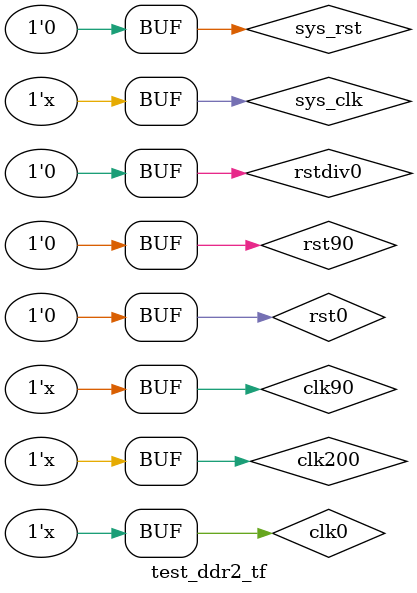
<source format=v>

`default_nettype none
`timescale 1ns / 1ps

module test_ddr2_tf # (
	parameter C0_DDR2_BANK_WIDTH      = 2,       // # of memory bank addr bits.
	parameter C0_DDR2_CKE_WIDTH       = 1,       // # of memory clock enable outputs.
	parameter C0_DDR2_CLK_WIDTH       = 1,       // # of clock outputs.
	parameter C0_DDR2_COL_WIDTH       = 10,      // # of memory column bits.
	parameter C0_DDR2_CS_NUM          = 1,       // # of separate memory chip selects.
	parameter C0_DDR2_CS_WIDTH        = 1,       // # of total memory chip selects.
	parameter C0_DDR2_CS_BITS         = 0,       // set to log2(CS_NUM) (rounded up).
	parameter C0_DDR2_DM_WIDTH        = 2,       // # of data mask bits.
	parameter C0_DDR2_DQ_WIDTH        = 16,      // # of data width.
	parameter C0_DDR2_DQ_PER_DQS      = 8,       // # of DQ data bits per strobe.
	parameter C0_DDR2_DQS_WIDTH       = 2,       // # of DQS strobes.
	parameter C0_DDR2_DQ_BITS         = 4,       // set to log2(DQS_WIDTH*DQ_PER_DQS).
	parameter C0_DDR2_DQS_BITS        = 1,       // set to log2(DQS_WIDTH).
	parameter C0_DDR2_ODT_WIDTH       = 1,       // # of memory on-die term enables.
	parameter C0_DDR2_ROW_WIDTH       = 13,      // # of memory row and # of addr bits.
	parameter C0_DDR2_ADDITIVE_LAT    = 0,       // additive write latency.
	parameter C0_DDR2_BURST_LEN       = 4,       // burst length (in double words).
	parameter C0_DDR2_BURST_TYPE      = 0,       // burst type (=0 seq; =1 interleaved).
	parameter C0_DDR2_CAS_LAT         = 4,       // CAS latency.
	parameter C0_DDR2_ECC_ENABLE      = 0,       // enable ECC (=1 enable).
	parameter C0_DDR2_APPDATA_WIDTH   = 32,      // # of usr read/write data bus bits.
	parameter C0_DDR2_MULTI_BANK_EN   = 1,       // Keeps multiple banks open. (= 1 enable).
	parameter C0_DDR2_TWO_T_TIME_EN   = 0,       // 2t timing for unbuffered dimms.
	parameter C0_DDR2_ODT_TYPE        = 1,       // ODT (=0(none),=1(75),=2(150),=3(50)).
	parameter C0_DDR2_REDUCE_DRV      = 1,       // reduced strength mem I/O (=1 yes).
	parameter C0_DDR2_REG_ENABLE      = 0,       // registered addr/ctrl (=1 yes).
	parameter C0_DDR2_TREFI_NS        = 7800,    // auto refresh interval (ns).
	parameter C0_DDR2_TRAS            = 40000,   // active->precharge delay.
	parameter C0_DDR2_TRCD            = 15000,   // active->read/write delay.
	parameter C0_DDR2_TRFC            = 105000,  // refresh->refresh, refresh->active delay.
	parameter C0_DDR2_TRP             = 15000,   // precharge->command delay.
	parameter C0_DDR2_TRTP            = 7500,    // read->precharge delay.
	parameter C0_DDR2_TWR             = 15000,   // used to determine write->precharge.
	parameter C0_DDR2_TWTR            = 7500,    // write->read delay.
	parameter HIGH_PERFORMANCE_MODE   = "TRUE",  // # TRUE=IODELAY performance mode is set to high.
	parameter C0_DDR2_SIM_ONLY        = 1,       // = 1 to skip SDRAM power up delay.
	parameter C0_DDR2_DEBUG_EN        = 0,
	parameter DDR2_CLK_PERIOD         = 3750,    // Core/Memory clock period (in ps).
	parameter C0_DDR2_DQS_IO_COL      = 4'b1010, // I/O column location of DQS groups
	                                             // (=0, left; =1 center, =2 right).
	parameter C0_DDR2_DQ_IO_MS        = 16'b10100101_10100101  // Master/Slave location of DQ I/O (=0 slave).
	)
	( )
  ;

reg         sys_clk;
reg         clk200;
reg         sys_rst;

wire        phy_init_done;
wire        error;
wire        error_cmp;

wire        ddr2_ck;
wire        ddr2_ck_n;
wire        ddr2_cke;
wire        ddr2_cs_n;
wire        ddr2_ras_n;
wire        ddr2_cas_n;
wire        ddr2_we_n;
wire        ddr2_odt;
wire [12:0] ddr2_a;
wire [1:0]  ddr2_ba;
wire [15:0] ddr2_dq;
wire [1:0]  ddr2_dm;
wire [1:0]  ddr2_dqs;
wire [1:0]  ddr2_dqs_n;

reg         rst0, rst90, rstdiv0;
reg         clk0, clk90, clkdiv0;

wire                                  app_wdf_afull;
wire                                  app_af_afull;
wire                                  rd_data_valid;
wire                                  app_wdf_wren;
wire                                  app_af_wren;
wire [30:0]                           app_af_addr;
wire [2:0]                            app_af_cmd;
wire [C0_DDR2_APPDATA_WIDTH-1:0]      rd_data_fifo_out;
wire [C0_DDR2_APPDATA_WIDTH-1:0]      app_wdf_data;
wire [(C0_DDR2_APPDATA_WIDTH/8)-1:0]  app_wdf_mask_data;

//------------------------------------------------------------------------
// This is the memory itself.
//------------------------------------------------------------------------
ddr2 #
	(
	.ADDR_BITS(13),
	.BA_BITS(2)
	)
	mem0 (
	.ck(ddr2_ck),
	.ck_n(ddr2_ck_n),
	.cke(ddr2_cke),
	.cs_n(ddr2_cs_n),
	.ras_n(ddr2_ras_n),
	.cas_n(ddr2_cas_n),
	.we_n(ddr2_we_n),
	.odt(ddr2_odt),
	.dm_rdqs(ddr2_dm),
	.rdqs_n(),    // These only exist in x8 configurations?
	.ba(ddr2_ba),
	.addr(ddr2_a),
	.dq(ddr2_dq),
	.dqs(ddr2_dqs),
	.dqs_n(ddr2_dqs_n)
	);


//------------------------------------------------------------------------
// This is the MIG memory controller.
//------------------------------------------------------------------------
 ddr2_top #
 (
   .BANK_WIDTH             (C0_DDR2_BANK_WIDTH),
   .CKE_WIDTH              (C0_DDR2_CKE_WIDTH),
   .CLK_WIDTH              (C0_DDR2_CLK_WIDTH),
   .COL_WIDTH              (C0_DDR2_COL_WIDTH),
   .CS_NUM                 (C0_DDR2_CS_NUM),
   .CS_WIDTH               (C0_DDR2_CS_WIDTH),
   .CS_BITS                (C0_DDR2_CS_BITS),
   .DM_WIDTH               (C0_DDR2_DM_WIDTH),
   .DQ_WIDTH               (C0_DDR2_DQ_WIDTH),
   .DQ_PER_DQS             (C0_DDR2_DQ_PER_DQS),
   .DQS_WIDTH              (C0_DDR2_DQS_WIDTH),
   .DQ_BITS                (C0_DDR2_DQ_BITS),
   .DQS_BITS               (C0_DDR2_DQS_BITS),
   .ODT_WIDTH              (C0_DDR2_ODT_WIDTH),
   .ROW_WIDTH              (C0_DDR2_ROW_WIDTH),
   .ADDITIVE_LAT           (C0_DDR2_ADDITIVE_LAT),
   .BURST_LEN              (C0_DDR2_BURST_LEN),
   .BURST_TYPE             (C0_DDR2_BURST_TYPE),
   .CAS_LAT                (C0_DDR2_CAS_LAT),
   .ECC_ENABLE             (C0_DDR2_ECC_ENABLE),
   .APPDATA_WIDTH          (C0_DDR2_APPDATA_WIDTH),
   .MULTI_BANK_EN          (C0_DDR2_MULTI_BANK_EN),
   .TWO_T_TIME_EN          (C0_DDR2_TWO_T_TIME_EN),
   .ODT_TYPE               (C0_DDR2_ODT_TYPE),
   .REDUCE_DRV             (C0_DDR2_REDUCE_DRV),
   .REG_ENABLE             (C0_DDR2_REG_ENABLE),
   .TREFI_NS               (C0_DDR2_TREFI_NS),
   .TRAS                   (C0_DDR2_TRAS),
   .TRCD                   (C0_DDR2_TRCD),
   .TRFC                   (C0_DDR2_TRFC),
   .TRP                    (C0_DDR2_TRP),
   .TRTP                   (C0_DDR2_TRTP),
   .TWR                    (C0_DDR2_TWR),
   .TWTR                   (C0_DDR2_TWTR),
   .HIGH_PERFORMANCE_MODE  (HIGH_PERFORMANCE_MODE),
   .SIM_ONLY               (C0_DDR2_SIM_ONLY),
   .DEBUG_EN               (C0_DDR2_DEBUG_EN),
   .CLK_PERIOD             (DDR2_CLK_PERIOD),
   .DQS_IO_COL             (C0_DDR2_DQS_IO_COL),
   .DQ_IO_MS               (C0_DDR2_DQ_IO_MS),
   .USE_DM_PORT            (1)
   )
u_ddr2_top_0
(
   .ddr2_dq                (ddr2_dq),
   .ddr2_a                 (ddr2_a),
   .ddr2_ba                (ddr2_ba),
   .ddr2_ras_n             (ddr2_ras_n),
   .ddr2_cas_n             (ddr2_cas_n),
   .ddr2_we_n              (ddr2_we_n),
   .ddr2_cs_n              (ddr2_cs_n),
   .ddr2_odt               (ddr2_odt),
   .ddr2_cke               (ddr2_cke),
   .ddr2_dm                (ddr2_dm),
   .phy_init_done          (phy_init_done),
   .rst0                   (rst0),
   .rst90                  (rst90),
   .rstdiv0                (rstdiv0),
   .clk0                   (clk0),
   .clk90                  (clk90),
   .clkdiv0                (clkdiv0),
   .app_wdf_afull          (app_wdf_afull),
   .app_af_afull           (app_af_afull),
   .rd_data_valid          (rd_data_valid),
   .app_wdf_wren           (app_wdf_wren),
   .app_af_wren            (app_af_wren),
   .app_af_addr            (app_af_addr),
   .app_af_cmd             (app_af_cmd),
   .rd_data_fifo_out       (rd_data_fifo_out),
   .app_wdf_data           (app_wdf_data),
   .app_wdf_mask_data      (app_wdf_mask_data),
   .ddr2_dqs               (ddr2_dqs),
   .ddr2_dqs_n             (ddr2_dqs_n),
   .ddr2_ck                (ddr2_ck),
   .rd_ecc_error           (),
   .ddr2_ck_n              (ddr2_ck_n)
   );


//------------------------------------------------------------------------
// This is the test bench (from MIG).
//------------------------------------------------------------------------
 ddr2_tb_top #
 (
   .BANK_WIDTH             (C0_DDR2_BANK_WIDTH),
   .COL_WIDTH              (C0_DDR2_COL_WIDTH),
   .DM_WIDTH               (C0_DDR2_DM_WIDTH),
   .DQ_WIDTH               (C0_DDR2_DQ_WIDTH),
   .ROW_WIDTH              (C0_DDR2_ROW_WIDTH),
   .BURST_LEN              (C0_DDR2_BURST_LEN),
   .ECC_ENABLE             (C0_DDR2_ECC_ENABLE),
   .APPDATA_WIDTH          (C0_DDR2_APPDATA_WIDTH)
   )
u_ddr2_tb_top_0
(
   .phy_init_done          (phy_init_done),
   .error                  (error),
   .error_cmp              (error_cmp),
   .rst0                   (rst0),
   .clk0                   (clk0),
   .app_wdf_afull          (app_wdf_afull),
   .app_af_afull           (app_af_afull),
   .rd_data_valid          (rd_data_valid),
   .app_wdf_wren           (app_wdf_wren),
   .app_af_wren            (app_af_wren),
   .app_af_addr            (app_af_addr),
   .app_af_cmd             (app_af_cmd),
   .rd_data_fifo_out       (rd_data_fifo_out),
   .app_wdf_data           (app_wdf_data),
   .app_wdf_mask_data      (app_wdf_mask_data)
   );


parameter tCLK = 5.0;
initial sys_clk = 0;
initial clk200 = 0;
initial clk0 = 0;
initial clk90 = 0;
initial clkdiv0 = 0;
always #(tCLK/2.0) sys_clk = ~sys_clk;
always #(tCLK/2.0) clk0 = ~clk0;
always @(clk0) clk90 = #(tCLK/4) clk0;
always #(2.5) clk200 = ~clk200;
always @(posedge clk0) clkdiv0 = ~clkdiv0;

always @(clk0)     rst0 <= sys_rst;
always @(clk90)    rst90 <= sys_rst;
always @(clkdiv0)  rstdiv0 <= sys_rst;


// User configurable block of called FrontPanel operations.
initial begin
	$display(" ");
	$display("//// Beginning Tests ////");
	$display(" ");

	sys_rst = 1'b1;
	#200;
	sys_rst=1'b0;

//	$stop;
end

endmodule

</source>
